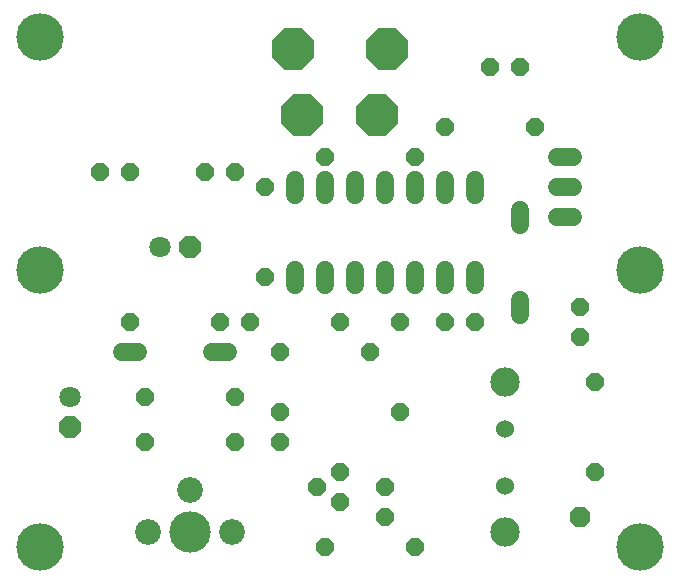
<source format=gbs>
G75*
%MOIN*%
%OFA0B0*%
%FSLAX24Y24*%
%IPPOS*%
%LPD*%
%AMOC8*
5,1,8,0,0,1.08239X$1,22.5*
%
%ADD10C,0.1580*%
%ADD11C,0.0860*%
%ADD12C,0.1380*%
%ADD13OC8,0.0600*%
%ADD14OC8,0.0710*%
%ADD15C,0.0710*%
%ADD16C,0.0600*%
%ADD17OC8,0.1380*%
%ADD18C,0.0980*%
%ADD19C,0.0600*%
%ADD20OC8,0.0680*%
D10*
X001680Y001680D03*
X001680Y010930D03*
X001680Y018680D03*
X021680Y018680D03*
X021680Y010930D03*
X021680Y001680D03*
D11*
X008080Y002180D03*
X006680Y003580D03*
X005280Y002180D03*
D12*
X006680Y002180D03*
D13*
X005180Y005180D03*
X005180Y006680D03*
X004680Y009180D03*
X007680Y009180D03*
X008680Y009180D03*
X009680Y008180D03*
X008180Y006680D03*
X009680Y006180D03*
X009680Y005180D03*
X008180Y005180D03*
X010930Y003680D03*
X011680Y003180D03*
X011680Y004180D03*
X013180Y003680D03*
X013180Y002680D03*
X014180Y001680D03*
X011180Y001680D03*
X013680Y006180D03*
X012680Y008180D03*
X011680Y009180D03*
X013680Y009180D03*
X015180Y009180D03*
X016180Y009180D03*
X019680Y008680D03*
X019680Y009680D03*
X020180Y007180D03*
X020180Y004180D03*
X009180Y010680D03*
X009180Y013680D03*
X008180Y014180D03*
X007180Y014180D03*
X004680Y014180D03*
X003680Y014180D03*
X011180Y014680D03*
X014180Y014680D03*
X015180Y015680D03*
X016680Y017680D03*
X017680Y017680D03*
X018180Y015680D03*
D14*
X006680Y011680D03*
X002680Y005680D03*
D15*
X002680Y006680D03*
X005680Y011680D03*
D16*
X004940Y008180D02*
X004420Y008180D01*
X007420Y008180D02*
X007940Y008180D01*
X010180Y010420D02*
X010180Y010940D01*
X011180Y010940D02*
X011180Y010420D01*
X012180Y010420D02*
X012180Y010940D01*
X013180Y010940D02*
X013180Y010420D01*
X014180Y010420D02*
X014180Y010940D01*
X015180Y010940D02*
X015180Y010420D01*
X016180Y010420D02*
X016180Y010940D01*
X017680Y009940D02*
X017680Y009420D01*
X017680Y012420D02*
X017680Y012940D01*
X018920Y012680D02*
X019440Y012680D01*
X019440Y013680D02*
X018920Y013680D01*
X018920Y014680D02*
X019440Y014680D01*
X016180Y013940D02*
X016180Y013420D01*
X015180Y013420D02*
X015180Y013940D01*
X014180Y013940D02*
X014180Y013420D01*
X013180Y013420D02*
X013180Y013940D01*
X012180Y013940D02*
X012180Y013420D01*
X011180Y013420D02*
X011180Y013940D01*
X010180Y013940D02*
X010180Y013420D01*
D17*
X010430Y016080D03*
X010118Y018280D03*
X012930Y016080D03*
X013243Y018280D03*
D18*
X017180Y007180D03*
X017180Y002180D03*
D19*
X017180Y003730D03*
X017180Y005630D03*
D20*
X019680Y002680D03*
M02*

</source>
